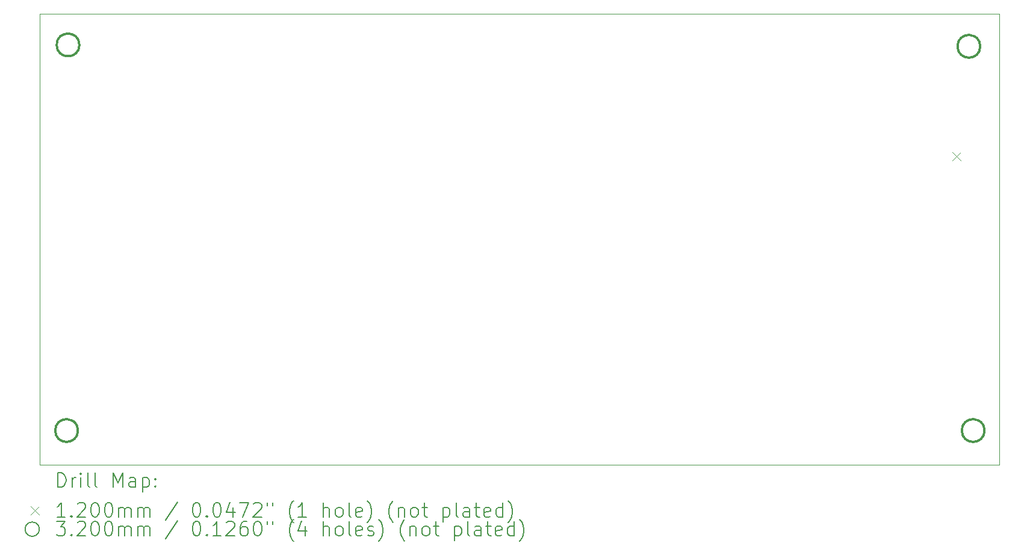
<source format=gbr>
%TF.GenerationSoftware,KiCad,Pcbnew,7.0.5*%
%TF.CreationDate,2024-01-22T16:17:07+01:00*%
%TF.ProjectId,Panel_Luminoso_V2,50616e65-6c5f-44c7-956d-696e6f736f5f,rev?*%
%TF.SameCoordinates,Original*%
%TF.FileFunction,Drillmap*%
%TF.FilePolarity,Positive*%
%FSLAX45Y45*%
G04 Gerber Fmt 4.5, Leading zero omitted, Abs format (unit mm)*
G04 Created by KiCad (PCBNEW 7.0.5) date 2024-01-22 16:17:07*
%MOMM*%
%LPD*%
G01*
G04 APERTURE LIST*
%ADD10C,0.100000*%
%ADD11C,0.200000*%
%ADD12C,0.120000*%
%ADD13C,0.320000*%
G04 APERTURE END LIST*
D10*
X8401400Y-6740000D02*
X21899400Y-6740000D01*
X21899400Y-13090000D01*
X8401400Y-13090000D01*
X8401400Y-6740000D01*
D11*
D12*
X21240000Y-8690000D02*
X21360000Y-8810000D01*
X21360000Y-8690000D02*
X21240000Y-8810000D01*
D13*
X8940000Y-12610000D02*
G75*
G03*
X8940000Y-12610000I-160000J0D01*
G01*
X8960000Y-7180000D02*
G75*
G03*
X8960000Y-7180000I-160000J0D01*
G01*
X21630000Y-7200000D02*
G75*
G03*
X21630000Y-7200000I-160000J0D01*
G01*
X21690000Y-12610000D02*
G75*
G03*
X21690000Y-12610000I-160000J0D01*
G01*
D11*
X8657177Y-13406484D02*
X8657177Y-13206484D01*
X8657177Y-13206484D02*
X8704796Y-13206484D01*
X8704796Y-13206484D02*
X8733367Y-13216008D01*
X8733367Y-13216008D02*
X8752415Y-13235055D01*
X8752415Y-13235055D02*
X8761939Y-13254103D01*
X8761939Y-13254103D02*
X8771463Y-13292198D01*
X8771463Y-13292198D02*
X8771463Y-13320769D01*
X8771463Y-13320769D02*
X8761939Y-13358865D01*
X8761939Y-13358865D02*
X8752415Y-13377912D01*
X8752415Y-13377912D02*
X8733367Y-13396960D01*
X8733367Y-13396960D02*
X8704796Y-13406484D01*
X8704796Y-13406484D02*
X8657177Y-13406484D01*
X8857177Y-13406484D02*
X8857177Y-13273150D01*
X8857177Y-13311246D02*
X8866701Y-13292198D01*
X8866701Y-13292198D02*
X8876224Y-13282674D01*
X8876224Y-13282674D02*
X8895272Y-13273150D01*
X8895272Y-13273150D02*
X8914320Y-13273150D01*
X8980986Y-13406484D02*
X8980986Y-13273150D01*
X8980986Y-13206484D02*
X8971463Y-13216008D01*
X8971463Y-13216008D02*
X8980986Y-13225531D01*
X8980986Y-13225531D02*
X8990510Y-13216008D01*
X8990510Y-13216008D02*
X8980986Y-13206484D01*
X8980986Y-13206484D02*
X8980986Y-13225531D01*
X9104796Y-13406484D02*
X9085748Y-13396960D01*
X9085748Y-13396960D02*
X9076224Y-13377912D01*
X9076224Y-13377912D02*
X9076224Y-13206484D01*
X9209558Y-13406484D02*
X9190510Y-13396960D01*
X9190510Y-13396960D02*
X9180986Y-13377912D01*
X9180986Y-13377912D02*
X9180986Y-13206484D01*
X9438129Y-13406484D02*
X9438129Y-13206484D01*
X9438129Y-13206484D02*
X9504796Y-13349341D01*
X9504796Y-13349341D02*
X9571463Y-13206484D01*
X9571463Y-13206484D02*
X9571463Y-13406484D01*
X9752415Y-13406484D02*
X9752415Y-13301722D01*
X9752415Y-13301722D02*
X9742891Y-13282674D01*
X9742891Y-13282674D02*
X9723844Y-13273150D01*
X9723844Y-13273150D02*
X9685748Y-13273150D01*
X9685748Y-13273150D02*
X9666701Y-13282674D01*
X9752415Y-13396960D02*
X9733367Y-13406484D01*
X9733367Y-13406484D02*
X9685748Y-13406484D01*
X9685748Y-13406484D02*
X9666701Y-13396960D01*
X9666701Y-13396960D02*
X9657177Y-13377912D01*
X9657177Y-13377912D02*
X9657177Y-13358865D01*
X9657177Y-13358865D02*
X9666701Y-13339817D01*
X9666701Y-13339817D02*
X9685748Y-13330293D01*
X9685748Y-13330293D02*
X9733367Y-13330293D01*
X9733367Y-13330293D02*
X9752415Y-13320769D01*
X9847653Y-13273150D02*
X9847653Y-13473150D01*
X9847653Y-13282674D02*
X9866701Y-13273150D01*
X9866701Y-13273150D02*
X9904796Y-13273150D01*
X9904796Y-13273150D02*
X9923844Y-13282674D01*
X9923844Y-13282674D02*
X9933367Y-13292198D01*
X9933367Y-13292198D02*
X9942891Y-13311246D01*
X9942891Y-13311246D02*
X9942891Y-13368388D01*
X9942891Y-13368388D02*
X9933367Y-13387436D01*
X9933367Y-13387436D02*
X9923844Y-13396960D01*
X9923844Y-13396960D02*
X9904796Y-13406484D01*
X9904796Y-13406484D02*
X9866701Y-13406484D01*
X9866701Y-13406484D02*
X9847653Y-13396960D01*
X10028605Y-13387436D02*
X10038129Y-13396960D01*
X10038129Y-13396960D02*
X10028605Y-13406484D01*
X10028605Y-13406484D02*
X10019082Y-13396960D01*
X10019082Y-13396960D02*
X10028605Y-13387436D01*
X10028605Y-13387436D02*
X10028605Y-13406484D01*
X10028605Y-13282674D02*
X10038129Y-13292198D01*
X10038129Y-13292198D02*
X10028605Y-13301722D01*
X10028605Y-13301722D02*
X10019082Y-13292198D01*
X10019082Y-13292198D02*
X10028605Y-13282674D01*
X10028605Y-13282674D02*
X10028605Y-13301722D01*
D12*
X8276400Y-13675000D02*
X8396400Y-13795000D01*
X8396400Y-13675000D02*
X8276400Y-13795000D01*
D11*
X8761939Y-13826484D02*
X8647653Y-13826484D01*
X8704796Y-13826484D02*
X8704796Y-13626484D01*
X8704796Y-13626484D02*
X8685748Y-13655055D01*
X8685748Y-13655055D02*
X8666701Y-13674103D01*
X8666701Y-13674103D02*
X8647653Y-13683627D01*
X8847653Y-13807436D02*
X8857177Y-13816960D01*
X8857177Y-13816960D02*
X8847653Y-13826484D01*
X8847653Y-13826484D02*
X8838129Y-13816960D01*
X8838129Y-13816960D02*
X8847653Y-13807436D01*
X8847653Y-13807436D02*
X8847653Y-13826484D01*
X8933367Y-13645531D02*
X8942891Y-13636008D01*
X8942891Y-13636008D02*
X8961939Y-13626484D01*
X8961939Y-13626484D02*
X9009558Y-13626484D01*
X9009558Y-13626484D02*
X9028605Y-13636008D01*
X9028605Y-13636008D02*
X9038129Y-13645531D01*
X9038129Y-13645531D02*
X9047653Y-13664579D01*
X9047653Y-13664579D02*
X9047653Y-13683627D01*
X9047653Y-13683627D02*
X9038129Y-13712198D01*
X9038129Y-13712198D02*
X8923844Y-13826484D01*
X8923844Y-13826484D02*
X9047653Y-13826484D01*
X9171463Y-13626484D02*
X9190510Y-13626484D01*
X9190510Y-13626484D02*
X9209558Y-13636008D01*
X9209558Y-13636008D02*
X9219082Y-13645531D01*
X9219082Y-13645531D02*
X9228605Y-13664579D01*
X9228605Y-13664579D02*
X9238129Y-13702674D01*
X9238129Y-13702674D02*
X9238129Y-13750293D01*
X9238129Y-13750293D02*
X9228605Y-13788388D01*
X9228605Y-13788388D02*
X9219082Y-13807436D01*
X9219082Y-13807436D02*
X9209558Y-13816960D01*
X9209558Y-13816960D02*
X9190510Y-13826484D01*
X9190510Y-13826484D02*
X9171463Y-13826484D01*
X9171463Y-13826484D02*
X9152415Y-13816960D01*
X9152415Y-13816960D02*
X9142891Y-13807436D01*
X9142891Y-13807436D02*
X9133367Y-13788388D01*
X9133367Y-13788388D02*
X9123844Y-13750293D01*
X9123844Y-13750293D02*
X9123844Y-13702674D01*
X9123844Y-13702674D02*
X9133367Y-13664579D01*
X9133367Y-13664579D02*
X9142891Y-13645531D01*
X9142891Y-13645531D02*
X9152415Y-13636008D01*
X9152415Y-13636008D02*
X9171463Y-13626484D01*
X9361939Y-13626484D02*
X9380986Y-13626484D01*
X9380986Y-13626484D02*
X9400034Y-13636008D01*
X9400034Y-13636008D02*
X9409558Y-13645531D01*
X9409558Y-13645531D02*
X9419082Y-13664579D01*
X9419082Y-13664579D02*
X9428605Y-13702674D01*
X9428605Y-13702674D02*
X9428605Y-13750293D01*
X9428605Y-13750293D02*
X9419082Y-13788388D01*
X9419082Y-13788388D02*
X9409558Y-13807436D01*
X9409558Y-13807436D02*
X9400034Y-13816960D01*
X9400034Y-13816960D02*
X9380986Y-13826484D01*
X9380986Y-13826484D02*
X9361939Y-13826484D01*
X9361939Y-13826484D02*
X9342891Y-13816960D01*
X9342891Y-13816960D02*
X9333367Y-13807436D01*
X9333367Y-13807436D02*
X9323844Y-13788388D01*
X9323844Y-13788388D02*
X9314320Y-13750293D01*
X9314320Y-13750293D02*
X9314320Y-13702674D01*
X9314320Y-13702674D02*
X9323844Y-13664579D01*
X9323844Y-13664579D02*
X9333367Y-13645531D01*
X9333367Y-13645531D02*
X9342891Y-13636008D01*
X9342891Y-13636008D02*
X9361939Y-13626484D01*
X9514320Y-13826484D02*
X9514320Y-13693150D01*
X9514320Y-13712198D02*
X9523844Y-13702674D01*
X9523844Y-13702674D02*
X9542891Y-13693150D01*
X9542891Y-13693150D02*
X9571463Y-13693150D01*
X9571463Y-13693150D02*
X9590510Y-13702674D01*
X9590510Y-13702674D02*
X9600034Y-13721722D01*
X9600034Y-13721722D02*
X9600034Y-13826484D01*
X9600034Y-13721722D02*
X9609558Y-13702674D01*
X9609558Y-13702674D02*
X9628605Y-13693150D01*
X9628605Y-13693150D02*
X9657177Y-13693150D01*
X9657177Y-13693150D02*
X9676225Y-13702674D01*
X9676225Y-13702674D02*
X9685748Y-13721722D01*
X9685748Y-13721722D02*
X9685748Y-13826484D01*
X9780986Y-13826484D02*
X9780986Y-13693150D01*
X9780986Y-13712198D02*
X9790510Y-13702674D01*
X9790510Y-13702674D02*
X9809558Y-13693150D01*
X9809558Y-13693150D02*
X9838129Y-13693150D01*
X9838129Y-13693150D02*
X9857177Y-13702674D01*
X9857177Y-13702674D02*
X9866701Y-13721722D01*
X9866701Y-13721722D02*
X9866701Y-13826484D01*
X9866701Y-13721722D02*
X9876225Y-13702674D01*
X9876225Y-13702674D02*
X9895272Y-13693150D01*
X9895272Y-13693150D02*
X9923844Y-13693150D01*
X9923844Y-13693150D02*
X9942891Y-13702674D01*
X9942891Y-13702674D02*
X9952415Y-13721722D01*
X9952415Y-13721722D02*
X9952415Y-13826484D01*
X10342891Y-13616960D02*
X10171463Y-13874103D01*
X10600034Y-13626484D02*
X10619082Y-13626484D01*
X10619082Y-13626484D02*
X10638129Y-13636008D01*
X10638129Y-13636008D02*
X10647653Y-13645531D01*
X10647653Y-13645531D02*
X10657177Y-13664579D01*
X10657177Y-13664579D02*
X10666701Y-13702674D01*
X10666701Y-13702674D02*
X10666701Y-13750293D01*
X10666701Y-13750293D02*
X10657177Y-13788388D01*
X10657177Y-13788388D02*
X10647653Y-13807436D01*
X10647653Y-13807436D02*
X10638129Y-13816960D01*
X10638129Y-13816960D02*
X10619082Y-13826484D01*
X10619082Y-13826484D02*
X10600034Y-13826484D01*
X10600034Y-13826484D02*
X10580987Y-13816960D01*
X10580987Y-13816960D02*
X10571463Y-13807436D01*
X10571463Y-13807436D02*
X10561939Y-13788388D01*
X10561939Y-13788388D02*
X10552415Y-13750293D01*
X10552415Y-13750293D02*
X10552415Y-13702674D01*
X10552415Y-13702674D02*
X10561939Y-13664579D01*
X10561939Y-13664579D02*
X10571463Y-13645531D01*
X10571463Y-13645531D02*
X10580987Y-13636008D01*
X10580987Y-13636008D02*
X10600034Y-13626484D01*
X10752415Y-13807436D02*
X10761939Y-13816960D01*
X10761939Y-13816960D02*
X10752415Y-13826484D01*
X10752415Y-13826484D02*
X10742891Y-13816960D01*
X10742891Y-13816960D02*
X10752415Y-13807436D01*
X10752415Y-13807436D02*
X10752415Y-13826484D01*
X10885748Y-13626484D02*
X10904796Y-13626484D01*
X10904796Y-13626484D02*
X10923844Y-13636008D01*
X10923844Y-13636008D02*
X10933368Y-13645531D01*
X10933368Y-13645531D02*
X10942891Y-13664579D01*
X10942891Y-13664579D02*
X10952415Y-13702674D01*
X10952415Y-13702674D02*
X10952415Y-13750293D01*
X10952415Y-13750293D02*
X10942891Y-13788388D01*
X10942891Y-13788388D02*
X10933368Y-13807436D01*
X10933368Y-13807436D02*
X10923844Y-13816960D01*
X10923844Y-13816960D02*
X10904796Y-13826484D01*
X10904796Y-13826484D02*
X10885748Y-13826484D01*
X10885748Y-13826484D02*
X10866701Y-13816960D01*
X10866701Y-13816960D02*
X10857177Y-13807436D01*
X10857177Y-13807436D02*
X10847653Y-13788388D01*
X10847653Y-13788388D02*
X10838129Y-13750293D01*
X10838129Y-13750293D02*
X10838129Y-13702674D01*
X10838129Y-13702674D02*
X10847653Y-13664579D01*
X10847653Y-13664579D02*
X10857177Y-13645531D01*
X10857177Y-13645531D02*
X10866701Y-13636008D01*
X10866701Y-13636008D02*
X10885748Y-13626484D01*
X11123844Y-13693150D02*
X11123844Y-13826484D01*
X11076225Y-13616960D02*
X11028606Y-13759817D01*
X11028606Y-13759817D02*
X11152415Y-13759817D01*
X11209558Y-13626484D02*
X11342891Y-13626484D01*
X11342891Y-13626484D02*
X11257177Y-13826484D01*
X11409558Y-13645531D02*
X11419082Y-13636008D01*
X11419082Y-13636008D02*
X11438129Y-13626484D01*
X11438129Y-13626484D02*
X11485748Y-13626484D01*
X11485748Y-13626484D02*
X11504796Y-13636008D01*
X11504796Y-13636008D02*
X11514320Y-13645531D01*
X11514320Y-13645531D02*
X11523844Y-13664579D01*
X11523844Y-13664579D02*
X11523844Y-13683627D01*
X11523844Y-13683627D02*
X11514320Y-13712198D01*
X11514320Y-13712198D02*
X11400034Y-13826484D01*
X11400034Y-13826484D02*
X11523844Y-13826484D01*
X11600034Y-13626484D02*
X11600034Y-13664579D01*
X11676225Y-13626484D02*
X11676225Y-13664579D01*
X11971463Y-13902674D02*
X11961939Y-13893150D01*
X11961939Y-13893150D02*
X11942891Y-13864579D01*
X11942891Y-13864579D02*
X11933368Y-13845531D01*
X11933368Y-13845531D02*
X11923844Y-13816960D01*
X11923844Y-13816960D02*
X11914320Y-13769341D01*
X11914320Y-13769341D02*
X11914320Y-13731246D01*
X11914320Y-13731246D02*
X11923844Y-13683627D01*
X11923844Y-13683627D02*
X11933368Y-13655055D01*
X11933368Y-13655055D02*
X11942891Y-13636008D01*
X11942891Y-13636008D02*
X11961939Y-13607436D01*
X11961939Y-13607436D02*
X11971463Y-13597912D01*
X12152415Y-13826484D02*
X12038129Y-13826484D01*
X12095272Y-13826484D02*
X12095272Y-13626484D01*
X12095272Y-13626484D02*
X12076225Y-13655055D01*
X12076225Y-13655055D02*
X12057177Y-13674103D01*
X12057177Y-13674103D02*
X12038129Y-13683627D01*
X12390510Y-13826484D02*
X12390510Y-13626484D01*
X12476225Y-13826484D02*
X12476225Y-13721722D01*
X12476225Y-13721722D02*
X12466701Y-13702674D01*
X12466701Y-13702674D02*
X12447653Y-13693150D01*
X12447653Y-13693150D02*
X12419082Y-13693150D01*
X12419082Y-13693150D02*
X12400034Y-13702674D01*
X12400034Y-13702674D02*
X12390510Y-13712198D01*
X12600034Y-13826484D02*
X12580987Y-13816960D01*
X12580987Y-13816960D02*
X12571463Y-13807436D01*
X12571463Y-13807436D02*
X12561939Y-13788388D01*
X12561939Y-13788388D02*
X12561939Y-13731246D01*
X12561939Y-13731246D02*
X12571463Y-13712198D01*
X12571463Y-13712198D02*
X12580987Y-13702674D01*
X12580987Y-13702674D02*
X12600034Y-13693150D01*
X12600034Y-13693150D02*
X12628606Y-13693150D01*
X12628606Y-13693150D02*
X12647653Y-13702674D01*
X12647653Y-13702674D02*
X12657177Y-13712198D01*
X12657177Y-13712198D02*
X12666701Y-13731246D01*
X12666701Y-13731246D02*
X12666701Y-13788388D01*
X12666701Y-13788388D02*
X12657177Y-13807436D01*
X12657177Y-13807436D02*
X12647653Y-13816960D01*
X12647653Y-13816960D02*
X12628606Y-13826484D01*
X12628606Y-13826484D02*
X12600034Y-13826484D01*
X12780987Y-13826484D02*
X12761939Y-13816960D01*
X12761939Y-13816960D02*
X12752415Y-13797912D01*
X12752415Y-13797912D02*
X12752415Y-13626484D01*
X12933368Y-13816960D02*
X12914320Y-13826484D01*
X12914320Y-13826484D02*
X12876225Y-13826484D01*
X12876225Y-13826484D02*
X12857177Y-13816960D01*
X12857177Y-13816960D02*
X12847653Y-13797912D01*
X12847653Y-13797912D02*
X12847653Y-13721722D01*
X12847653Y-13721722D02*
X12857177Y-13702674D01*
X12857177Y-13702674D02*
X12876225Y-13693150D01*
X12876225Y-13693150D02*
X12914320Y-13693150D01*
X12914320Y-13693150D02*
X12933368Y-13702674D01*
X12933368Y-13702674D02*
X12942891Y-13721722D01*
X12942891Y-13721722D02*
X12942891Y-13740769D01*
X12942891Y-13740769D02*
X12847653Y-13759817D01*
X13009558Y-13902674D02*
X13019082Y-13893150D01*
X13019082Y-13893150D02*
X13038130Y-13864579D01*
X13038130Y-13864579D02*
X13047653Y-13845531D01*
X13047653Y-13845531D02*
X13057177Y-13816960D01*
X13057177Y-13816960D02*
X13066701Y-13769341D01*
X13066701Y-13769341D02*
X13066701Y-13731246D01*
X13066701Y-13731246D02*
X13057177Y-13683627D01*
X13057177Y-13683627D02*
X13047653Y-13655055D01*
X13047653Y-13655055D02*
X13038130Y-13636008D01*
X13038130Y-13636008D02*
X13019082Y-13607436D01*
X13019082Y-13607436D02*
X13009558Y-13597912D01*
X13371463Y-13902674D02*
X13361939Y-13893150D01*
X13361939Y-13893150D02*
X13342891Y-13864579D01*
X13342891Y-13864579D02*
X13333368Y-13845531D01*
X13333368Y-13845531D02*
X13323844Y-13816960D01*
X13323844Y-13816960D02*
X13314320Y-13769341D01*
X13314320Y-13769341D02*
X13314320Y-13731246D01*
X13314320Y-13731246D02*
X13323844Y-13683627D01*
X13323844Y-13683627D02*
X13333368Y-13655055D01*
X13333368Y-13655055D02*
X13342891Y-13636008D01*
X13342891Y-13636008D02*
X13361939Y-13607436D01*
X13361939Y-13607436D02*
X13371463Y-13597912D01*
X13447653Y-13693150D02*
X13447653Y-13826484D01*
X13447653Y-13712198D02*
X13457177Y-13702674D01*
X13457177Y-13702674D02*
X13476225Y-13693150D01*
X13476225Y-13693150D02*
X13504796Y-13693150D01*
X13504796Y-13693150D02*
X13523844Y-13702674D01*
X13523844Y-13702674D02*
X13533368Y-13721722D01*
X13533368Y-13721722D02*
X13533368Y-13826484D01*
X13657177Y-13826484D02*
X13638130Y-13816960D01*
X13638130Y-13816960D02*
X13628606Y-13807436D01*
X13628606Y-13807436D02*
X13619082Y-13788388D01*
X13619082Y-13788388D02*
X13619082Y-13731246D01*
X13619082Y-13731246D02*
X13628606Y-13712198D01*
X13628606Y-13712198D02*
X13638130Y-13702674D01*
X13638130Y-13702674D02*
X13657177Y-13693150D01*
X13657177Y-13693150D02*
X13685749Y-13693150D01*
X13685749Y-13693150D02*
X13704796Y-13702674D01*
X13704796Y-13702674D02*
X13714320Y-13712198D01*
X13714320Y-13712198D02*
X13723844Y-13731246D01*
X13723844Y-13731246D02*
X13723844Y-13788388D01*
X13723844Y-13788388D02*
X13714320Y-13807436D01*
X13714320Y-13807436D02*
X13704796Y-13816960D01*
X13704796Y-13816960D02*
X13685749Y-13826484D01*
X13685749Y-13826484D02*
X13657177Y-13826484D01*
X13780987Y-13693150D02*
X13857177Y-13693150D01*
X13809558Y-13626484D02*
X13809558Y-13797912D01*
X13809558Y-13797912D02*
X13819082Y-13816960D01*
X13819082Y-13816960D02*
X13838130Y-13826484D01*
X13838130Y-13826484D02*
X13857177Y-13826484D01*
X14076225Y-13693150D02*
X14076225Y-13893150D01*
X14076225Y-13702674D02*
X14095272Y-13693150D01*
X14095272Y-13693150D02*
X14133368Y-13693150D01*
X14133368Y-13693150D02*
X14152415Y-13702674D01*
X14152415Y-13702674D02*
X14161939Y-13712198D01*
X14161939Y-13712198D02*
X14171463Y-13731246D01*
X14171463Y-13731246D02*
X14171463Y-13788388D01*
X14171463Y-13788388D02*
X14161939Y-13807436D01*
X14161939Y-13807436D02*
X14152415Y-13816960D01*
X14152415Y-13816960D02*
X14133368Y-13826484D01*
X14133368Y-13826484D02*
X14095272Y-13826484D01*
X14095272Y-13826484D02*
X14076225Y-13816960D01*
X14285749Y-13826484D02*
X14266701Y-13816960D01*
X14266701Y-13816960D02*
X14257177Y-13797912D01*
X14257177Y-13797912D02*
X14257177Y-13626484D01*
X14447653Y-13826484D02*
X14447653Y-13721722D01*
X14447653Y-13721722D02*
X14438130Y-13702674D01*
X14438130Y-13702674D02*
X14419082Y-13693150D01*
X14419082Y-13693150D02*
X14380987Y-13693150D01*
X14380987Y-13693150D02*
X14361939Y-13702674D01*
X14447653Y-13816960D02*
X14428606Y-13826484D01*
X14428606Y-13826484D02*
X14380987Y-13826484D01*
X14380987Y-13826484D02*
X14361939Y-13816960D01*
X14361939Y-13816960D02*
X14352415Y-13797912D01*
X14352415Y-13797912D02*
X14352415Y-13778865D01*
X14352415Y-13778865D02*
X14361939Y-13759817D01*
X14361939Y-13759817D02*
X14380987Y-13750293D01*
X14380987Y-13750293D02*
X14428606Y-13750293D01*
X14428606Y-13750293D02*
X14447653Y-13740769D01*
X14514320Y-13693150D02*
X14590511Y-13693150D01*
X14542892Y-13626484D02*
X14542892Y-13797912D01*
X14542892Y-13797912D02*
X14552415Y-13816960D01*
X14552415Y-13816960D02*
X14571463Y-13826484D01*
X14571463Y-13826484D02*
X14590511Y-13826484D01*
X14733368Y-13816960D02*
X14714320Y-13826484D01*
X14714320Y-13826484D02*
X14676225Y-13826484D01*
X14676225Y-13826484D02*
X14657177Y-13816960D01*
X14657177Y-13816960D02*
X14647653Y-13797912D01*
X14647653Y-13797912D02*
X14647653Y-13721722D01*
X14647653Y-13721722D02*
X14657177Y-13702674D01*
X14657177Y-13702674D02*
X14676225Y-13693150D01*
X14676225Y-13693150D02*
X14714320Y-13693150D01*
X14714320Y-13693150D02*
X14733368Y-13702674D01*
X14733368Y-13702674D02*
X14742892Y-13721722D01*
X14742892Y-13721722D02*
X14742892Y-13740769D01*
X14742892Y-13740769D02*
X14647653Y-13759817D01*
X14914320Y-13826484D02*
X14914320Y-13626484D01*
X14914320Y-13816960D02*
X14895273Y-13826484D01*
X14895273Y-13826484D02*
X14857177Y-13826484D01*
X14857177Y-13826484D02*
X14838130Y-13816960D01*
X14838130Y-13816960D02*
X14828606Y-13807436D01*
X14828606Y-13807436D02*
X14819082Y-13788388D01*
X14819082Y-13788388D02*
X14819082Y-13731246D01*
X14819082Y-13731246D02*
X14828606Y-13712198D01*
X14828606Y-13712198D02*
X14838130Y-13702674D01*
X14838130Y-13702674D02*
X14857177Y-13693150D01*
X14857177Y-13693150D02*
X14895273Y-13693150D01*
X14895273Y-13693150D02*
X14914320Y-13702674D01*
X14990511Y-13902674D02*
X15000034Y-13893150D01*
X15000034Y-13893150D02*
X15019082Y-13864579D01*
X15019082Y-13864579D02*
X15028606Y-13845531D01*
X15028606Y-13845531D02*
X15038130Y-13816960D01*
X15038130Y-13816960D02*
X15047653Y-13769341D01*
X15047653Y-13769341D02*
X15047653Y-13731246D01*
X15047653Y-13731246D02*
X15038130Y-13683627D01*
X15038130Y-13683627D02*
X15028606Y-13655055D01*
X15028606Y-13655055D02*
X15019082Y-13636008D01*
X15019082Y-13636008D02*
X15000034Y-13607436D01*
X15000034Y-13607436D02*
X14990511Y-13597912D01*
X8396400Y-13999000D02*
G75*
G03*
X8396400Y-13999000I-100000J0D01*
G01*
X8638129Y-13890484D02*
X8761939Y-13890484D01*
X8761939Y-13890484D02*
X8695272Y-13966674D01*
X8695272Y-13966674D02*
X8723844Y-13966674D01*
X8723844Y-13966674D02*
X8742891Y-13976198D01*
X8742891Y-13976198D02*
X8752415Y-13985722D01*
X8752415Y-13985722D02*
X8761939Y-14004769D01*
X8761939Y-14004769D02*
X8761939Y-14052388D01*
X8761939Y-14052388D02*
X8752415Y-14071436D01*
X8752415Y-14071436D02*
X8742891Y-14080960D01*
X8742891Y-14080960D02*
X8723844Y-14090484D01*
X8723844Y-14090484D02*
X8666701Y-14090484D01*
X8666701Y-14090484D02*
X8647653Y-14080960D01*
X8647653Y-14080960D02*
X8638129Y-14071436D01*
X8847653Y-14071436D02*
X8857177Y-14080960D01*
X8857177Y-14080960D02*
X8847653Y-14090484D01*
X8847653Y-14090484D02*
X8838129Y-14080960D01*
X8838129Y-14080960D02*
X8847653Y-14071436D01*
X8847653Y-14071436D02*
X8847653Y-14090484D01*
X8933367Y-13909531D02*
X8942891Y-13900008D01*
X8942891Y-13900008D02*
X8961939Y-13890484D01*
X8961939Y-13890484D02*
X9009558Y-13890484D01*
X9009558Y-13890484D02*
X9028605Y-13900008D01*
X9028605Y-13900008D02*
X9038129Y-13909531D01*
X9038129Y-13909531D02*
X9047653Y-13928579D01*
X9047653Y-13928579D02*
X9047653Y-13947627D01*
X9047653Y-13947627D02*
X9038129Y-13976198D01*
X9038129Y-13976198D02*
X8923844Y-14090484D01*
X8923844Y-14090484D02*
X9047653Y-14090484D01*
X9171463Y-13890484D02*
X9190510Y-13890484D01*
X9190510Y-13890484D02*
X9209558Y-13900008D01*
X9209558Y-13900008D02*
X9219082Y-13909531D01*
X9219082Y-13909531D02*
X9228605Y-13928579D01*
X9228605Y-13928579D02*
X9238129Y-13966674D01*
X9238129Y-13966674D02*
X9238129Y-14014293D01*
X9238129Y-14014293D02*
X9228605Y-14052388D01*
X9228605Y-14052388D02*
X9219082Y-14071436D01*
X9219082Y-14071436D02*
X9209558Y-14080960D01*
X9209558Y-14080960D02*
X9190510Y-14090484D01*
X9190510Y-14090484D02*
X9171463Y-14090484D01*
X9171463Y-14090484D02*
X9152415Y-14080960D01*
X9152415Y-14080960D02*
X9142891Y-14071436D01*
X9142891Y-14071436D02*
X9133367Y-14052388D01*
X9133367Y-14052388D02*
X9123844Y-14014293D01*
X9123844Y-14014293D02*
X9123844Y-13966674D01*
X9123844Y-13966674D02*
X9133367Y-13928579D01*
X9133367Y-13928579D02*
X9142891Y-13909531D01*
X9142891Y-13909531D02*
X9152415Y-13900008D01*
X9152415Y-13900008D02*
X9171463Y-13890484D01*
X9361939Y-13890484D02*
X9380986Y-13890484D01*
X9380986Y-13890484D02*
X9400034Y-13900008D01*
X9400034Y-13900008D02*
X9409558Y-13909531D01*
X9409558Y-13909531D02*
X9419082Y-13928579D01*
X9419082Y-13928579D02*
X9428605Y-13966674D01*
X9428605Y-13966674D02*
X9428605Y-14014293D01*
X9428605Y-14014293D02*
X9419082Y-14052388D01*
X9419082Y-14052388D02*
X9409558Y-14071436D01*
X9409558Y-14071436D02*
X9400034Y-14080960D01*
X9400034Y-14080960D02*
X9380986Y-14090484D01*
X9380986Y-14090484D02*
X9361939Y-14090484D01*
X9361939Y-14090484D02*
X9342891Y-14080960D01*
X9342891Y-14080960D02*
X9333367Y-14071436D01*
X9333367Y-14071436D02*
X9323844Y-14052388D01*
X9323844Y-14052388D02*
X9314320Y-14014293D01*
X9314320Y-14014293D02*
X9314320Y-13966674D01*
X9314320Y-13966674D02*
X9323844Y-13928579D01*
X9323844Y-13928579D02*
X9333367Y-13909531D01*
X9333367Y-13909531D02*
X9342891Y-13900008D01*
X9342891Y-13900008D02*
X9361939Y-13890484D01*
X9514320Y-14090484D02*
X9514320Y-13957150D01*
X9514320Y-13976198D02*
X9523844Y-13966674D01*
X9523844Y-13966674D02*
X9542891Y-13957150D01*
X9542891Y-13957150D02*
X9571463Y-13957150D01*
X9571463Y-13957150D02*
X9590510Y-13966674D01*
X9590510Y-13966674D02*
X9600034Y-13985722D01*
X9600034Y-13985722D02*
X9600034Y-14090484D01*
X9600034Y-13985722D02*
X9609558Y-13966674D01*
X9609558Y-13966674D02*
X9628605Y-13957150D01*
X9628605Y-13957150D02*
X9657177Y-13957150D01*
X9657177Y-13957150D02*
X9676225Y-13966674D01*
X9676225Y-13966674D02*
X9685748Y-13985722D01*
X9685748Y-13985722D02*
X9685748Y-14090484D01*
X9780986Y-14090484D02*
X9780986Y-13957150D01*
X9780986Y-13976198D02*
X9790510Y-13966674D01*
X9790510Y-13966674D02*
X9809558Y-13957150D01*
X9809558Y-13957150D02*
X9838129Y-13957150D01*
X9838129Y-13957150D02*
X9857177Y-13966674D01*
X9857177Y-13966674D02*
X9866701Y-13985722D01*
X9866701Y-13985722D02*
X9866701Y-14090484D01*
X9866701Y-13985722D02*
X9876225Y-13966674D01*
X9876225Y-13966674D02*
X9895272Y-13957150D01*
X9895272Y-13957150D02*
X9923844Y-13957150D01*
X9923844Y-13957150D02*
X9942891Y-13966674D01*
X9942891Y-13966674D02*
X9952415Y-13985722D01*
X9952415Y-13985722D02*
X9952415Y-14090484D01*
X10342891Y-13880960D02*
X10171463Y-14138103D01*
X10600034Y-13890484D02*
X10619082Y-13890484D01*
X10619082Y-13890484D02*
X10638129Y-13900008D01*
X10638129Y-13900008D02*
X10647653Y-13909531D01*
X10647653Y-13909531D02*
X10657177Y-13928579D01*
X10657177Y-13928579D02*
X10666701Y-13966674D01*
X10666701Y-13966674D02*
X10666701Y-14014293D01*
X10666701Y-14014293D02*
X10657177Y-14052388D01*
X10657177Y-14052388D02*
X10647653Y-14071436D01*
X10647653Y-14071436D02*
X10638129Y-14080960D01*
X10638129Y-14080960D02*
X10619082Y-14090484D01*
X10619082Y-14090484D02*
X10600034Y-14090484D01*
X10600034Y-14090484D02*
X10580987Y-14080960D01*
X10580987Y-14080960D02*
X10571463Y-14071436D01*
X10571463Y-14071436D02*
X10561939Y-14052388D01*
X10561939Y-14052388D02*
X10552415Y-14014293D01*
X10552415Y-14014293D02*
X10552415Y-13966674D01*
X10552415Y-13966674D02*
X10561939Y-13928579D01*
X10561939Y-13928579D02*
X10571463Y-13909531D01*
X10571463Y-13909531D02*
X10580987Y-13900008D01*
X10580987Y-13900008D02*
X10600034Y-13890484D01*
X10752415Y-14071436D02*
X10761939Y-14080960D01*
X10761939Y-14080960D02*
X10752415Y-14090484D01*
X10752415Y-14090484D02*
X10742891Y-14080960D01*
X10742891Y-14080960D02*
X10752415Y-14071436D01*
X10752415Y-14071436D02*
X10752415Y-14090484D01*
X10952415Y-14090484D02*
X10838129Y-14090484D01*
X10895272Y-14090484D02*
X10895272Y-13890484D01*
X10895272Y-13890484D02*
X10876225Y-13919055D01*
X10876225Y-13919055D02*
X10857177Y-13938103D01*
X10857177Y-13938103D02*
X10838129Y-13947627D01*
X11028606Y-13909531D02*
X11038129Y-13900008D01*
X11038129Y-13900008D02*
X11057177Y-13890484D01*
X11057177Y-13890484D02*
X11104796Y-13890484D01*
X11104796Y-13890484D02*
X11123844Y-13900008D01*
X11123844Y-13900008D02*
X11133368Y-13909531D01*
X11133368Y-13909531D02*
X11142891Y-13928579D01*
X11142891Y-13928579D02*
X11142891Y-13947627D01*
X11142891Y-13947627D02*
X11133368Y-13976198D01*
X11133368Y-13976198D02*
X11019082Y-14090484D01*
X11019082Y-14090484D02*
X11142891Y-14090484D01*
X11314320Y-13890484D02*
X11276225Y-13890484D01*
X11276225Y-13890484D02*
X11257177Y-13900008D01*
X11257177Y-13900008D02*
X11247653Y-13909531D01*
X11247653Y-13909531D02*
X11228606Y-13938103D01*
X11228606Y-13938103D02*
X11219082Y-13976198D01*
X11219082Y-13976198D02*
X11219082Y-14052388D01*
X11219082Y-14052388D02*
X11228606Y-14071436D01*
X11228606Y-14071436D02*
X11238129Y-14080960D01*
X11238129Y-14080960D02*
X11257177Y-14090484D01*
X11257177Y-14090484D02*
X11295272Y-14090484D01*
X11295272Y-14090484D02*
X11314320Y-14080960D01*
X11314320Y-14080960D02*
X11323844Y-14071436D01*
X11323844Y-14071436D02*
X11333367Y-14052388D01*
X11333367Y-14052388D02*
X11333367Y-14004769D01*
X11333367Y-14004769D02*
X11323844Y-13985722D01*
X11323844Y-13985722D02*
X11314320Y-13976198D01*
X11314320Y-13976198D02*
X11295272Y-13966674D01*
X11295272Y-13966674D02*
X11257177Y-13966674D01*
X11257177Y-13966674D02*
X11238129Y-13976198D01*
X11238129Y-13976198D02*
X11228606Y-13985722D01*
X11228606Y-13985722D02*
X11219082Y-14004769D01*
X11457177Y-13890484D02*
X11476225Y-13890484D01*
X11476225Y-13890484D02*
X11495272Y-13900008D01*
X11495272Y-13900008D02*
X11504796Y-13909531D01*
X11504796Y-13909531D02*
X11514320Y-13928579D01*
X11514320Y-13928579D02*
X11523844Y-13966674D01*
X11523844Y-13966674D02*
X11523844Y-14014293D01*
X11523844Y-14014293D02*
X11514320Y-14052388D01*
X11514320Y-14052388D02*
X11504796Y-14071436D01*
X11504796Y-14071436D02*
X11495272Y-14080960D01*
X11495272Y-14080960D02*
X11476225Y-14090484D01*
X11476225Y-14090484D02*
X11457177Y-14090484D01*
X11457177Y-14090484D02*
X11438129Y-14080960D01*
X11438129Y-14080960D02*
X11428606Y-14071436D01*
X11428606Y-14071436D02*
X11419082Y-14052388D01*
X11419082Y-14052388D02*
X11409558Y-14014293D01*
X11409558Y-14014293D02*
X11409558Y-13966674D01*
X11409558Y-13966674D02*
X11419082Y-13928579D01*
X11419082Y-13928579D02*
X11428606Y-13909531D01*
X11428606Y-13909531D02*
X11438129Y-13900008D01*
X11438129Y-13900008D02*
X11457177Y-13890484D01*
X11600034Y-13890484D02*
X11600034Y-13928579D01*
X11676225Y-13890484D02*
X11676225Y-13928579D01*
X11971463Y-14166674D02*
X11961939Y-14157150D01*
X11961939Y-14157150D02*
X11942891Y-14128579D01*
X11942891Y-14128579D02*
X11933368Y-14109531D01*
X11933368Y-14109531D02*
X11923844Y-14080960D01*
X11923844Y-14080960D02*
X11914320Y-14033341D01*
X11914320Y-14033341D02*
X11914320Y-13995246D01*
X11914320Y-13995246D02*
X11923844Y-13947627D01*
X11923844Y-13947627D02*
X11933368Y-13919055D01*
X11933368Y-13919055D02*
X11942891Y-13900008D01*
X11942891Y-13900008D02*
X11961939Y-13871436D01*
X11961939Y-13871436D02*
X11971463Y-13861912D01*
X12133368Y-13957150D02*
X12133368Y-14090484D01*
X12085748Y-13880960D02*
X12038129Y-14023817D01*
X12038129Y-14023817D02*
X12161939Y-14023817D01*
X12390510Y-14090484D02*
X12390510Y-13890484D01*
X12476225Y-14090484D02*
X12476225Y-13985722D01*
X12476225Y-13985722D02*
X12466701Y-13966674D01*
X12466701Y-13966674D02*
X12447653Y-13957150D01*
X12447653Y-13957150D02*
X12419082Y-13957150D01*
X12419082Y-13957150D02*
X12400034Y-13966674D01*
X12400034Y-13966674D02*
X12390510Y-13976198D01*
X12600034Y-14090484D02*
X12580987Y-14080960D01*
X12580987Y-14080960D02*
X12571463Y-14071436D01*
X12571463Y-14071436D02*
X12561939Y-14052388D01*
X12561939Y-14052388D02*
X12561939Y-13995246D01*
X12561939Y-13995246D02*
X12571463Y-13976198D01*
X12571463Y-13976198D02*
X12580987Y-13966674D01*
X12580987Y-13966674D02*
X12600034Y-13957150D01*
X12600034Y-13957150D02*
X12628606Y-13957150D01*
X12628606Y-13957150D02*
X12647653Y-13966674D01*
X12647653Y-13966674D02*
X12657177Y-13976198D01*
X12657177Y-13976198D02*
X12666701Y-13995246D01*
X12666701Y-13995246D02*
X12666701Y-14052388D01*
X12666701Y-14052388D02*
X12657177Y-14071436D01*
X12657177Y-14071436D02*
X12647653Y-14080960D01*
X12647653Y-14080960D02*
X12628606Y-14090484D01*
X12628606Y-14090484D02*
X12600034Y-14090484D01*
X12780987Y-14090484D02*
X12761939Y-14080960D01*
X12761939Y-14080960D02*
X12752415Y-14061912D01*
X12752415Y-14061912D02*
X12752415Y-13890484D01*
X12933368Y-14080960D02*
X12914320Y-14090484D01*
X12914320Y-14090484D02*
X12876225Y-14090484D01*
X12876225Y-14090484D02*
X12857177Y-14080960D01*
X12857177Y-14080960D02*
X12847653Y-14061912D01*
X12847653Y-14061912D02*
X12847653Y-13985722D01*
X12847653Y-13985722D02*
X12857177Y-13966674D01*
X12857177Y-13966674D02*
X12876225Y-13957150D01*
X12876225Y-13957150D02*
X12914320Y-13957150D01*
X12914320Y-13957150D02*
X12933368Y-13966674D01*
X12933368Y-13966674D02*
X12942891Y-13985722D01*
X12942891Y-13985722D02*
X12942891Y-14004769D01*
X12942891Y-14004769D02*
X12847653Y-14023817D01*
X13019082Y-14080960D02*
X13038130Y-14090484D01*
X13038130Y-14090484D02*
X13076225Y-14090484D01*
X13076225Y-14090484D02*
X13095272Y-14080960D01*
X13095272Y-14080960D02*
X13104796Y-14061912D01*
X13104796Y-14061912D02*
X13104796Y-14052388D01*
X13104796Y-14052388D02*
X13095272Y-14033341D01*
X13095272Y-14033341D02*
X13076225Y-14023817D01*
X13076225Y-14023817D02*
X13047653Y-14023817D01*
X13047653Y-14023817D02*
X13028606Y-14014293D01*
X13028606Y-14014293D02*
X13019082Y-13995246D01*
X13019082Y-13995246D02*
X13019082Y-13985722D01*
X13019082Y-13985722D02*
X13028606Y-13966674D01*
X13028606Y-13966674D02*
X13047653Y-13957150D01*
X13047653Y-13957150D02*
X13076225Y-13957150D01*
X13076225Y-13957150D02*
X13095272Y-13966674D01*
X13171463Y-14166674D02*
X13180987Y-14157150D01*
X13180987Y-14157150D02*
X13200034Y-14128579D01*
X13200034Y-14128579D02*
X13209558Y-14109531D01*
X13209558Y-14109531D02*
X13219082Y-14080960D01*
X13219082Y-14080960D02*
X13228606Y-14033341D01*
X13228606Y-14033341D02*
X13228606Y-13995246D01*
X13228606Y-13995246D02*
X13219082Y-13947627D01*
X13219082Y-13947627D02*
X13209558Y-13919055D01*
X13209558Y-13919055D02*
X13200034Y-13900008D01*
X13200034Y-13900008D02*
X13180987Y-13871436D01*
X13180987Y-13871436D02*
X13171463Y-13861912D01*
X13533368Y-14166674D02*
X13523844Y-14157150D01*
X13523844Y-14157150D02*
X13504796Y-14128579D01*
X13504796Y-14128579D02*
X13495272Y-14109531D01*
X13495272Y-14109531D02*
X13485749Y-14080960D01*
X13485749Y-14080960D02*
X13476225Y-14033341D01*
X13476225Y-14033341D02*
X13476225Y-13995246D01*
X13476225Y-13995246D02*
X13485749Y-13947627D01*
X13485749Y-13947627D02*
X13495272Y-13919055D01*
X13495272Y-13919055D02*
X13504796Y-13900008D01*
X13504796Y-13900008D02*
X13523844Y-13871436D01*
X13523844Y-13871436D02*
X13533368Y-13861912D01*
X13609558Y-13957150D02*
X13609558Y-14090484D01*
X13609558Y-13976198D02*
X13619082Y-13966674D01*
X13619082Y-13966674D02*
X13638130Y-13957150D01*
X13638130Y-13957150D02*
X13666701Y-13957150D01*
X13666701Y-13957150D02*
X13685749Y-13966674D01*
X13685749Y-13966674D02*
X13695272Y-13985722D01*
X13695272Y-13985722D02*
X13695272Y-14090484D01*
X13819082Y-14090484D02*
X13800034Y-14080960D01*
X13800034Y-14080960D02*
X13790511Y-14071436D01*
X13790511Y-14071436D02*
X13780987Y-14052388D01*
X13780987Y-14052388D02*
X13780987Y-13995246D01*
X13780987Y-13995246D02*
X13790511Y-13976198D01*
X13790511Y-13976198D02*
X13800034Y-13966674D01*
X13800034Y-13966674D02*
X13819082Y-13957150D01*
X13819082Y-13957150D02*
X13847653Y-13957150D01*
X13847653Y-13957150D02*
X13866701Y-13966674D01*
X13866701Y-13966674D02*
X13876225Y-13976198D01*
X13876225Y-13976198D02*
X13885749Y-13995246D01*
X13885749Y-13995246D02*
X13885749Y-14052388D01*
X13885749Y-14052388D02*
X13876225Y-14071436D01*
X13876225Y-14071436D02*
X13866701Y-14080960D01*
X13866701Y-14080960D02*
X13847653Y-14090484D01*
X13847653Y-14090484D02*
X13819082Y-14090484D01*
X13942892Y-13957150D02*
X14019082Y-13957150D01*
X13971463Y-13890484D02*
X13971463Y-14061912D01*
X13971463Y-14061912D02*
X13980987Y-14080960D01*
X13980987Y-14080960D02*
X14000034Y-14090484D01*
X14000034Y-14090484D02*
X14019082Y-14090484D01*
X14238130Y-13957150D02*
X14238130Y-14157150D01*
X14238130Y-13966674D02*
X14257177Y-13957150D01*
X14257177Y-13957150D02*
X14295273Y-13957150D01*
X14295273Y-13957150D02*
X14314320Y-13966674D01*
X14314320Y-13966674D02*
X14323844Y-13976198D01*
X14323844Y-13976198D02*
X14333368Y-13995246D01*
X14333368Y-13995246D02*
X14333368Y-14052388D01*
X14333368Y-14052388D02*
X14323844Y-14071436D01*
X14323844Y-14071436D02*
X14314320Y-14080960D01*
X14314320Y-14080960D02*
X14295273Y-14090484D01*
X14295273Y-14090484D02*
X14257177Y-14090484D01*
X14257177Y-14090484D02*
X14238130Y-14080960D01*
X14447653Y-14090484D02*
X14428606Y-14080960D01*
X14428606Y-14080960D02*
X14419082Y-14061912D01*
X14419082Y-14061912D02*
X14419082Y-13890484D01*
X14609558Y-14090484D02*
X14609558Y-13985722D01*
X14609558Y-13985722D02*
X14600034Y-13966674D01*
X14600034Y-13966674D02*
X14580987Y-13957150D01*
X14580987Y-13957150D02*
X14542892Y-13957150D01*
X14542892Y-13957150D02*
X14523844Y-13966674D01*
X14609558Y-14080960D02*
X14590511Y-14090484D01*
X14590511Y-14090484D02*
X14542892Y-14090484D01*
X14542892Y-14090484D02*
X14523844Y-14080960D01*
X14523844Y-14080960D02*
X14514320Y-14061912D01*
X14514320Y-14061912D02*
X14514320Y-14042865D01*
X14514320Y-14042865D02*
X14523844Y-14023817D01*
X14523844Y-14023817D02*
X14542892Y-14014293D01*
X14542892Y-14014293D02*
X14590511Y-14014293D01*
X14590511Y-14014293D02*
X14609558Y-14004769D01*
X14676225Y-13957150D02*
X14752415Y-13957150D01*
X14704796Y-13890484D02*
X14704796Y-14061912D01*
X14704796Y-14061912D02*
X14714320Y-14080960D01*
X14714320Y-14080960D02*
X14733368Y-14090484D01*
X14733368Y-14090484D02*
X14752415Y-14090484D01*
X14895273Y-14080960D02*
X14876225Y-14090484D01*
X14876225Y-14090484D02*
X14838130Y-14090484D01*
X14838130Y-14090484D02*
X14819082Y-14080960D01*
X14819082Y-14080960D02*
X14809558Y-14061912D01*
X14809558Y-14061912D02*
X14809558Y-13985722D01*
X14809558Y-13985722D02*
X14819082Y-13966674D01*
X14819082Y-13966674D02*
X14838130Y-13957150D01*
X14838130Y-13957150D02*
X14876225Y-13957150D01*
X14876225Y-13957150D02*
X14895273Y-13966674D01*
X14895273Y-13966674D02*
X14904796Y-13985722D01*
X14904796Y-13985722D02*
X14904796Y-14004769D01*
X14904796Y-14004769D02*
X14809558Y-14023817D01*
X15076225Y-14090484D02*
X15076225Y-13890484D01*
X15076225Y-14080960D02*
X15057177Y-14090484D01*
X15057177Y-14090484D02*
X15019082Y-14090484D01*
X15019082Y-14090484D02*
X15000034Y-14080960D01*
X15000034Y-14080960D02*
X14990511Y-14071436D01*
X14990511Y-14071436D02*
X14980987Y-14052388D01*
X14980987Y-14052388D02*
X14980987Y-13995246D01*
X14980987Y-13995246D02*
X14990511Y-13976198D01*
X14990511Y-13976198D02*
X15000034Y-13966674D01*
X15000034Y-13966674D02*
X15019082Y-13957150D01*
X15019082Y-13957150D02*
X15057177Y-13957150D01*
X15057177Y-13957150D02*
X15076225Y-13966674D01*
X15152415Y-14166674D02*
X15161939Y-14157150D01*
X15161939Y-14157150D02*
X15180987Y-14128579D01*
X15180987Y-14128579D02*
X15190511Y-14109531D01*
X15190511Y-14109531D02*
X15200034Y-14080960D01*
X15200034Y-14080960D02*
X15209558Y-14033341D01*
X15209558Y-14033341D02*
X15209558Y-13995246D01*
X15209558Y-13995246D02*
X15200034Y-13947627D01*
X15200034Y-13947627D02*
X15190511Y-13919055D01*
X15190511Y-13919055D02*
X15180987Y-13900008D01*
X15180987Y-13900008D02*
X15161939Y-13871436D01*
X15161939Y-13871436D02*
X15152415Y-13861912D01*
M02*

</source>
